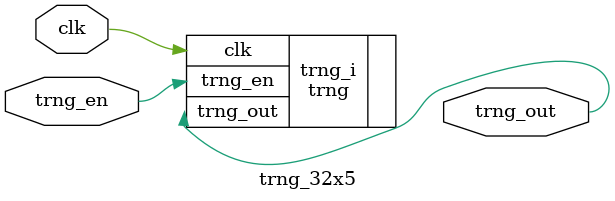
<source format=sv>


`default_nettype none

module trng_32x5 (
    input  clk,     // Sampling clock
    input  trng_en, // Enable all ring oscillators
    output trng_out // Output of the trng
);

    localparam NUM_OSCILLATORS = 32;
    localparam NUM_INVERTER = 5;

    trng #(
        .NUM_INVERTER       (NUM_INVERTER),
        .NUM_OSCILLATORS    (NUM_OSCILLATORS)
    ) trng_i (
        .clk        (clk),
        .trng_en    (trng_en),
        .trng_out   (trng_out)
    );

endmodule

</source>
